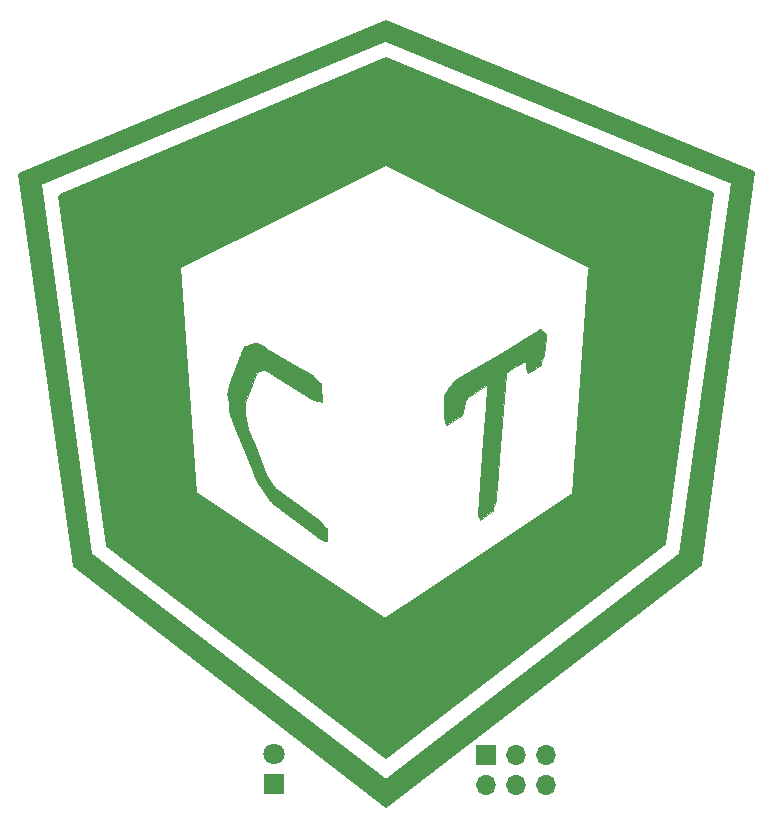
<source format=gbr>
G04 #@! TF.GenerationSoftware,KiCad,Pcbnew,(6.99.0-2452-gdb4f2d9dd8)*
G04 #@! TF.CreationDate,2022-08-02T21:03:54-05:00*
G04 #@! TF.ProjectId,CTCubed,43544375-6265-4642-9e6b-696361645f70,rev?*
G04 #@! TF.SameCoordinates,Original*
G04 #@! TF.FileFunction,Soldermask,Top*
G04 #@! TF.FilePolarity,Negative*
%FSLAX46Y46*%
G04 Gerber Fmt 4.6, Leading zero omitted, Abs format (unit mm)*
G04 Created by KiCad (PCBNEW (6.99.0-2452-gdb4f2d9dd8)) date 2022-08-02 21:03:54*
%MOMM*%
%LPD*%
G01*
G04 APERTURE LIST*
%ADD10C,0.050000*%
%ADD11C,0.150000*%
%ADD12R,1.800000X1.800000*%
%ADD13C,1.800000*%
%ADD14R,1.700000X1.700000*%
%ADD15O,1.700000X1.700000*%
G04 APERTURE END LIST*
D10*
G36*
X127396955Y-59255186D02*
G01*
X127418712Y-59258640D01*
X127443698Y-59264358D01*
X127471227Y-59271978D01*
X127500618Y-59281140D01*
X127562251Y-59302637D01*
X127623131Y-59325956D01*
X127677791Y-59348202D01*
X127746589Y-59377902D01*
X127831634Y-59418509D01*
X127915058Y-59461689D01*
X127997178Y-59506952D01*
X128078306Y-59553807D01*
X128399203Y-59747368D01*
X131448484Y-61565213D01*
X131908198Y-61839243D01*
X131930615Y-61852248D01*
X131953258Y-61864762D01*
X131998981Y-61888821D01*
X132044891Y-61912417D01*
X132090511Y-61936547D01*
X132113064Y-61949123D01*
X132135366Y-61962207D01*
X132157358Y-61975923D01*
X132178980Y-61990396D01*
X132200172Y-62005749D01*
X132220876Y-62022109D01*
X132241031Y-62039598D01*
X132260578Y-62058343D01*
X132403606Y-62202635D01*
X132690422Y-62492234D01*
X132834336Y-62637539D01*
X132842994Y-62645959D01*
X132851858Y-62654059D01*
X132869806Y-62669718D01*
X132887371Y-62685350D01*
X132895758Y-62693417D01*
X132903746Y-62701791D01*
X132911233Y-62710575D01*
X132914758Y-62715154D01*
X132918120Y-62719875D01*
X132921307Y-62724751D01*
X132924305Y-62729794D01*
X132927103Y-62735019D01*
X132929687Y-62740438D01*
X132932045Y-62746063D01*
X132934165Y-62751909D01*
X132936033Y-62757988D01*
X132937638Y-62764314D01*
X132938965Y-62770898D01*
X132940004Y-62777755D01*
X132940741Y-62784897D01*
X132941163Y-62792338D01*
X132953441Y-63150795D01*
X132977744Y-63860113D01*
X132984832Y-64067818D01*
X132988377Y-64171355D01*
X132988705Y-64176480D01*
X132989286Y-64181916D01*
X132990765Y-64193312D01*
X132991444Y-64199067D01*
X132991936Y-64204724D01*
X132992132Y-64210183D01*
X132991920Y-64215339D01*
X132991628Y-64217773D01*
X132991193Y-64220092D01*
X132990602Y-64222286D01*
X132989840Y-64224340D01*
X132988894Y-64226242D01*
X132987751Y-64227980D01*
X132986396Y-64229541D01*
X132984817Y-64230911D01*
X132982998Y-64232079D01*
X132980927Y-64233031D01*
X132978589Y-64233754D01*
X132975972Y-64234237D01*
X132973061Y-64234465D01*
X132969843Y-64234427D01*
X132966303Y-64234110D01*
X132962428Y-64233501D01*
X132639920Y-64173125D01*
X132591754Y-64164982D01*
X132543678Y-64157844D01*
X132495795Y-64150589D01*
X132448208Y-64142099D01*
X132424557Y-64137041D01*
X132401018Y-64131254D01*
X132377604Y-64124598D01*
X132354328Y-64116933D01*
X132331202Y-64108120D01*
X132308240Y-64098018D01*
X132285454Y-64086487D01*
X132262857Y-64073387D01*
X130239834Y-62820057D01*
X128590456Y-61798104D01*
X128231748Y-61575841D01*
X128229031Y-61574230D01*
X128226338Y-61572767D01*
X128223666Y-61571444D01*
X128221016Y-61570258D01*
X128218385Y-61569204D01*
X128215771Y-61568276D01*
X128213173Y-61567469D01*
X128210590Y-61566779D01*
X128205461Y-61565729D01*
X128200372Y-61565085D01*
X128195310Y-61564809D01*
X128190263Y-61564860D01*
X128185219Y-61565199D01*
X128180166Y-61565786D01*
X128175092Y-61566582D01*
X128169983Y-61567546D01*
X128159617Y-61569821D01*
X128148968Y-61572296D01*
X128027458Y-61599762D01*
X127547618Y-61708362D01*
X127548247Y-61708739D01*
X126617552Y-64134139D01*
X126520549Y-64355976D01*
X126507766Y-64388448D01*
X126495946Y-64420894D01*
X126485422Y-64452991D01*
X126476527Y-64484414D01*
X126469594Y-64514840D01*
X126464955Y-64543944D01*
X126462943Y-64571403D01*
X126463026Y-64584414D01*
X126463891Y-64596893D01*
X126482117Y-64772955D01*
X126518570Y-65123309D01*
X126590465Y-65816425D01*
X126626033Y-66159313D01*
X126631387Y-66187592D01*
X126642258Y-66226410D01*
X126677591Y-66329544D01*
X126726114Y-66456466D01*
X126781907Y-66594930D01*
X126959427Y-67019252D01*
X127325729Y-67950327D01*
X127842528Y-69263779D01*
X128098713Y-69914998D01*
X128226298Y-70239154D01*
X128233519Y-70258290D01*
X128240256Y-70277564D01*
X128252738Y-70316393D01*
X128276912Y-70394285D01*
X128283454Y-70413619D01*
X128290422Y-70432834D01*
X128297931Y-70451897D01*
X128306093Y-70470777D01*
X128315023Y-70489441D01*
X128324834Y-70507856D01*
X128335640Y-70525992D01*
X128347555Y-70543816D01*
X128695632Y-71034921D01*
X128877170Y-71291803D01*
X128939545Y-71377805D01*
X128996620Y-71454240D01*
X129042344Y-71511968D01*
X129059059Y-71530961D01*
X129070669Y-71541849D01*
X131129133Y-73050603D01*
X132187160Y-73825991D01*
X132537088Y-74071037D01*
X132622720Y-74134820D01*
X132664727Y-74167930D01*
X132706066Y-74202057D01*
X132746640Y-74237352D01*
X132786353Y-74273968D01*
X132825108Y-74312060D01*
X132862809Y-74351778D01*
X133213165Y-74734661D01*
X133388975Y-74926800D01*
X133391594Y-74929812D01*
X133393933Y-74932822D01*
X133396004Y-74935830D01*
X133397820Y-74938835D01*
X133399394Y-74941838D01*
X133400740Y-74944839D01*
X133401870Y-74947839D01*
X133402799Y-74950837D01*
X133403539Y-74953834D01*
X133404103Y-74956831D01*
X133404505Y-74959826D01*
X133404758Y-74962822D01*
X133404870Y-74968812D01*
X133404543Y-74974803D01*
X133403884Y-74980797D01*
X133402999Y-74986796D01*
X133400971Y-74998817D01*
X133400040Y-75004841D01*
X133399305Y-75010878D01*
X133398872Y-75016930D01*
X133398847Y-75022997D01*
X133402138Y-75118812D01*
X133415049Y-75500303D01*
X133427833Y-75878504D01*
X133434162Y-76066339D01*
X133434167Y-76070015D01*
X133433931Y-76073269D01*
X133433465Y-76076120D01*
X133432779Y-76078586D01*
X133431886Y-76080686D01*
X133431366Y-76081604D01*
X133430798Y-76082438D01*
X133430184Y-76083189D01*
X133429526Y-76083860D01*
X133428824Y-76084454D01*
X133428081Y-76084972D01*
X133426476Y-76085790D01*
X133424721Y-76086334D01*
X133422829Y-76086623D01*
X133420811Y-76086673D01*
X133418679Y-76086504D01*
X133416444Y-76086135D01*
X133414117Y-76085583D01*
X133411712Y-76084866D01*
X133409238Y-76084004D01*
X133406709Y-76083015D01*
X133401527Y-76080728D01*
X133396259Y-76078152D01*
X133390999Y-76075434D01*
X133380872Y-76070161D01*
X133376191Y-76067900D01*
X133371889Y-76066086D01*
X133287972Y-76034569D01*
X132954451Y-75909389D01*
X132916569Y-75894117D01*
X132879974Y-75877344D01*
X132844547Y-75859204D01*
X132810168Y-75839831D01*
X132776718Y-75819357D01*
X132744078Y-75797918D01*
X132712129Y-75775646D01*
X132680752Y-75752675D01*
X132436007Y-75559793D01*
X131378107Y-74765545D01*
X129835683Y-73607399D01*
X129366254Y-73260541D01*
X129249801Y-73172592D01*
X129134530Y-73083012D01*
X129020848Y-72991234D01*
X128909166Y-72896690D01*
X128852868Y-72847160D01*
X128797560Y-72797058D01*
X128743463Y-72746024D01*
X128690795Y-72693699D01*
X128665066Y-72666941D01*
X128639777Y-72639725D01*
X128614955Y-72612007D01*
X128590628Y-72583743D01*
X128566823Y-72554886D01*
X128543567Y-72525393D01*
X128520888Y-72495218D01*
X128498814Y-72464317D01*
X128256299Y-72115733D01*
X127772409Y-71420340D01*
X127733430Y-71363660D01*
X127695270Y-71306601D01*
X127658048Y-71249046D01*
X127621881Y-71190879D01*
X127586890Y-71131982D01*
X127553191Y-71072238D01*
X127520905Y-71011530D01*
X127490150Y-70949741D01*
X127433638Y-70829383D01*
X127379042Y-70708275D01*
X127326048Y-70586531D01*
X127274342Y-70464269D01*
X127173534Y-70218650D01*
X127074103Y-69972342D01*
X125475733Y-66021356D01*
X125401185Y-65832015D01*
X125365550Y-65736883D01*
X125331217Y-65641320D01*
X125298345Y-65545236D01*
X125267088Y-65448537D01*
X125237606Y-65351132D01*
X125210055Y-65252930D01*
X125198495Y-65207149D01*
X125188268Y-65161279D01*
X125179245Y-65115327D01*
X125171296Y-65069301D01*
X125158103Y-64977059D01*
X125147654Y-64884616D01*
X125130848Y-64699385D01*
X125122420Y-64606725D01*
X125112595Y-64514119D01*
X125024373Y-63762401D01*
X125018500Y-63701775D01*
X125015185Y-63642108D01*
X125014309Y-63583311D01*
X125015754Y-63525296D01*
X125019402Y-63467974D01*
X125025134Y-63411258D01*
X125032832Y-63355057D01*
X125042378Y-63299285D01*
X125053653Y-63243853D01*
X125066540Y-63188672D01*
X125080920Y-63133654D01*
X125096674Y-63078710D01*
X125131833Y-62968691D01*
X125171071Y-62857909D01*
X125824697Y-61079173D01*
X125996995Y-60622386D01*
X126081471Y-60393346D01*
X126121951Y-60278140D01*
X126160750Y-60162276D01*
X126178539Y-60109103D01*
X126197239Y-60056469D01*
X126216965Y-60004369D01*
X126237833Y-59952797D01*
X126259959Y-59901748D01*
X126283459Y-59851214D01*
X126308448Y-59801191D01*
X126335042Y-59751673D01*
X126346947Y-59730658D01*
X126359132Y-59709857D01*
X126371617Y-59689269D01*
X126384421Y-59668894D01*
X126397564Y-59648733D01*
X126411063Y-59628786D01*
X126424939Y-59609052D01*
X126439212Y-59589532D01*
X126441375Y-59586749D01*
X126443593Y-59584161D01*
X126445862Y-59581759D01*
X126448181Y-59579534D01*
X126450547Y-59577476D01*
X126452957Y-59575578D01*
X126455409Y-59573830D01*
X126457901Y-59572223D01*
X126460431Y-59570748D01*
X126462995Y-59569396D01*
X126468220Y-59567025D01*
X126473557Y-59565037D01*
X126478987Y-59563363D01*
X126484492Y-59561928D01*
X126490051Y-59560662D01*
X126501260Y-59558347D01*
X126506872Y-59557155D01*
X126512464Y-59555843D01*
X126518016Y-59554340D01*
X126523510Y-59552573D01*
X126689321Y-59494222D01*
X127024994Y-59376254D01*
X127365857Y-59256517D01*
X127371866Y-59255041D01*
X127379109Y-59254357D01*
X127396955Y-59255186D01*
G37*
X127396955Y-59255186D02*
X127418712Y-59258640D01*
X127443698Y-59264358D01*
X127471227Y-59271978D01*
X127500618Y-59281140D01*
X127562251Y-59302637D01*
X127623131Y-59325956D01*
X127677791Y-59348202D01*
X127746589Y-59377902D01*
X127831634Y-59418509D01*
X127915058Y-59461689D01*
X127997178Y-59506952D01*
X128078306Y-59553807D01*
X128399203Y-59747368D01*
X131448484Y-61565213D01*
X131908198Y-61839243D01*
X131930615Y-61852248D01*
X131953258Y-61864762D01*
X131998981Y-61888821D01*
X132044891Y-61912417D01*
X132090511Y-61936547D01*
X132113064Y-61949123D01*
X132135366Y-61962207D01*
X132157358Y-61975923D01*
X132178980Y-61990396D01*
X132200172Y-62005749D01*
X132220876Y-62022109D01*
X132241031Y-62039598D01*
X132260578Y-62058343D01*
X132403606Y-62202635D01*
X132690422Y-62492234D01*
X132834336Y-62637539D01*
X132842994Y-62645959D01*
X132851858Y-62654059D01*
X132869806Y-62669718D01*
X132887371Y-62685350D01*
X132895758Y-62693417D01*
X132903746Y-62701791D01*
X132911233Y-62710575D01*
X132914758Y-62715154D01*
X132918120Y-62719875D01*
X132921307Y-62724751D01*
X132924305Y-62729794D01*
X132927103Y-62735019D01*
X132929687Y-62740438D01*
X132932045Y-62746063D01*
X132934165Y-62751909D01*
X132936033Y-62757988D01*
X132937638Y-62764314D01*
X132938965Y-62770898D01*
X132940004Y-62777755D01*
X132940741Y-62784897D01*
X132941163Y-62792338D01*
X132953441Y-63150795D01*
X132977744Y-63860113D01*
X132984832Y-64067818D01*
X132988377Y-64171355D01*
X132988705Y-64176480D01*
X132989286Y-64181916D01*
X132990765Y-64193312D01*
X132991444Y-64199067D01*
X132991936Y-64204724D01*
X132992132Y-64210183D01*
X132991920Y-64215339D01*
X132991628Y-64217773D01*
X132991193Y-64220092D01*
X132990602Y-64222286D01*
X132989840Y-64224340D01*
X132988894Y-64226242D01*
X132987751Y-64227980D01*
X132986396Y-64229541D01*
X132984817Y-64230911D01*
X132982998Y-64232079D01*
X132980927Y-64233031D01*
X132978589Y-64233754D01*
X132975972Y-64234237D01*
X132973061Y-64234465D01*
X132969843Y-64234427D01*
X132966303Y-64234110D01*
X132962428Y-64233501D01*
X132639920Y-64173125D01*
X132591754Y-64164982D01*
X132543678Y-64157844D01*
X132495795Y-64150589D01*
X132448208Y-64142099D01*
X132424557Y-64137041D01*
X132401018Y-64131254D01*
X132377604Y-64124598D01*
X132354328Y-64116933D01*
X132331202Y-64108120D01*
X132308240Y-64098018D01*
X132285454Y-64086487D01*
X132262857Y-64073387D01*
X130239834Y-62820057D01*
X128590456Y-61798104D01*
X128231748Y-61575841D01*
X128229031Y-61574230D01*
X128226338Y-61572767D01*
X128223666Y-61571444D01*
X128221016Y-61570258D01*
X128218385Y-61569204D01*
X128215771Y-61568276D01*
X128213173Y-61567469D01*
X128210590Y-61566779D01*
X128205461Y-61565729D01*
X128200372Y-61565085D01*
X128195310Y-61564809D01*
X128190263Y-61564860D01*
X128185219Y-61565199D01*
X128180166Y-61565786D01*
X128175092Y-61566582D01*
X128169983Y-61567546D01*
X128159617Y-61569821D01*
X128148968Y-61572296D01*
X128027458Y-61599762D01*
X127547618Y-61708362D01*
X127548247Y-61708739D01*
X126617552Y-64134139D01*
X126520549Y-64355976D01*
X126507766Y-64388448D01*
X126495946Y-64420894D01*
X126485422Y-64452991D01*
X126476527Y-64484414D01*
X126469594Y-64514840D01*
X126464955Y-64543944D01*
X126462943Y-64571403D01*
X126463026Y-64584414D01*
X126463891Y-64596893D01*
X126482117Y-64772955D01*
X126518570Y-65123309D01*
X126590465Y-65816425D01*
X126626033Y-66159313D01*
X126631387Y-66187592D01*
X126642258Y-66226410D01*
X126677591Y-66329544D01*
X126726114Y-66456466D01*
X126781907Y-66594930D01*
X126959427Y-67019252D01*
X127325729Y-67950327D01*
X127842528Y-69263779D01*
X128098713Y-69914998D01*
X128226298Y-70239154D01*
X128233519Y-70258290D01*
X128240256Y-70277564D01*
X128252738Y-70316393D01*
X128276912Y-70394285D01*
X128283454Y-70413619D01*
X128290422Y-70432834D01*
X128297931Y-70451897D01*
X128306093Y-70470777D01*
X128315023Y-70489441D01*
X128324834Y-70507856D01*
X128335640Y-70525992D01*
X128347555Y-70543816D01*
X128695632Y-71034921D01*
X128877170Y-71291803D01*
X128939545Y-71377805D01*
X128996620Y-71454240D01*
X129042344Y-71511968D01*
X129059059Y-71530961D01*
X129070669Y-71541849D01*
X131129133Y-73050603D01*
X132187160Y-73825991D01*
X132537088Y-74071037D01*
X132622720Y-74134820D01*
X132664727Y-74167930D01*
X132706066Y-74202057D01*
X132746640Y-74237352D01*
X132786353Y-74273968D01*
X132825108Y-74312060D01*
X132862809Y-74351778D01*
X133213165Y-74734661D01*
X133388975Y-74926800D01*
X133391594Y-74929812D01*
X133393933Y-74932822D01*
X133396004Y-74935830D01*
X133397820Y-74938835D01*
X133399394Y-74941838D01*
X133400740Y-74944839D01*
X133401870Y-74947839D01*
X133402799Y-74950837D01*
X133403539Y-74953834D01*
X133404103Y-74956831D01*
X133404505Y-74959826D01*
X133404758Y-74962822D01*
X133404870Y-74968812D01*
X133404543Y-74974803D01*
X133403884Y-74980797D01*
X133402999Y-74986796D01*
X133400971Y-74998817D01*
X133400040Y-75004841D01*
X133399305Y-75010878D01*
X133398872Y-75016930D01*
X133398847Y-75022997D01*
X133402138Y-75118812D01*
X133415049Y-75500303D01*
X133427833Y-75878504D01*
X133434162Y-76066339D01*
X133434167Y-76070015D01*
X133433931Y-76073269D01*
X133433465Y-76076120D01*
X133432779Y-76078586D01*
X133431886Y-76080686D01*
X133431366Y-76081604D01*
X133430798Y-76082438D01*
X133430184Y-76083189D01*
X133429526Y-76083860D01*
X133428824Y-76084454D01*
X133428081Y-76084972D01*
X133426476Y-76085790D01*
X133424721Y-76086334D01*
X133422829Y-76086623D01*
X133420811Y-76086673D01*
X133418679Y-76086504D01*
X133416444Y-76086135D01*
X133414117Y-76085583D01*
X133411712Y-76084866D01*
X133409238Y-76084004D01*
X133406709Y-76083015D01*
X133401527Y-76080728D01*
X133396259Y-76078152D01*
X133390999Y-76075434D01*
X133380872Y-76070161D01*
X133376191Y-76067900D01*
X133371889Y-76066086D01*
X133287972Y-76034569D01*
X132954451Y-75909389D01*
X132916569Y-75894117D01*
X132879974Y-75877344D01*
X132844547Y-75859204D01*
X132810168Y-75839831D01*
X132776718Y-75819357D01*
X132744078Y-75797918D01*
X132712129Y-75775646D01*
X132680752Y-75752675D01*
X132436007Y-75559793D01*
X131378107Y-74765545D01*
X129835683Y-73607399D01*
X129366254Y-73260541D01*
X129249801Y-73172592D01*
X129134530Y-73083012D01*
X129020848Y-72991234D01*
X128909166Y-72896690D01*
X128852868Y-72847160D01*
X128797560Y-72797058D01*
X128743463Y-72746024D01*
X128690795Y-72693699D01*
X128665066Y-72666941D01*
X128639777Y-72639725D01*
X128614955Y-72612007D01*
X128590628Y-72583743D01*
X128566823Y-72554886D01*
X128543567Y-72525393D01*
X128520888Y-72495218D01*
X128498814Y-72464317D01*
X128256299Y-72115733D01*
X127772409Y-71420340D01*
X127733430Y-71363660D01*
X127695270Y-71306601D01*
X127658048Y-71249046D01*
X127621881Y-71190879D01*
X127586890Y-71131982D01*
X127553191Y-71072238D01*
X127520905Y-71011530D01*
X127490150Y-70949741D01*
X127433638Y-70829383D01*
X127379042Y-70708275D01*
X127326048Y-70586531D01*
X127274342Y-70464269D01*
X127173534Y-70218650D01*
X127074103Y-69972342D01*
X125475733Y-66021356D01*
X125401185Y-65832015D01*
X125365550Y-65736883D01*
X125331217Y-65641320D01*
X125298345Y-65545236D01*
X125267088Y-65448537D01*
X125237606Y-65351132D01*
X125210055Y-65252930D01*
X125198495Y-65207149D01*
X125188268Y-65161279D01*
X125179245Y-65115327D01*
X125171296Y-65069301D01*
X125158103Y-64977059D01*
X125147654Y-64884616D01*
X125130848Y-64699385D01*
X125122420Y-64606725D01*
X125112595Y-64514119D01*
X125024373Y-63762401D01*
X125018500Y-63701775D01*
X125015185Y-63642108D01*
X125014309Y-63583311D01*
X125015754Y-63525296D01*
X125019402Y-63467974D01*
X125025134Y-63411258D01*
X125032832Y-63355057D01*
X125042378Y-63299285D01*
X125053653Y-63243853D01*
X125066540Y-63188672D01*
X125080920Y-63133654D01*
X125096674Y-63078710D01*
X125131833Y-62968691D01*
X125171071Y-62857909D01*
X125824697Y-61079173D01*
X125996995Y-60622386D01*
X126081471Y-60393346D01*
X126121951Y-60278140D01*
X126160750Y-60162276D01*
X126178539Y-60109103D01*
X126197239Y-60056469D01*
X126216965Y-60004369D01*
X126237833Y-59952797D01*
X126259959Y-59901748D01*
X126283459Y-59851214D01*
X126308448Y-59801191D01*
X126335042Y-59751673D01*
X126346947Y-59730658D01*
X126359132Y-59709857D01*
X126371617Y-59689269D01*
X126384421Y-59668894D01*
X126397564Y-59648733D01*
X126411063Y-59628786D01*
X126424939Y-59609052D01*
X126439212Y-59589532D01*
X126441375Y-59586749D01*
X126443593Y-59584161D01*
X126445862Y-59581759D01*
X126448181Y-59579534D01*
X126450547Y-59577476D01*
X126452957Y-59575578D01*
X126455409Y-59573830D01*
X126457901Y-59572223D01*
X126460431Y-59570748D01*
X126462995Y-59569396D01*
X126468220Y-59567025D01*
X126473557Y-59565037D01*
X126478987Y-59563363D01*
X126484492Y-59561928D01*
X126490051Y-59560662D01*
X126501260Y-59558347D01*
X126506872Y-59557155D01*
X126512464Y-59555843D01*
X126518016Y-59554340D01*
X126523510Y-59552573D01*
X126689321Y-59494222D01*
X127024994Y-59376254D01*
X127365857Y-59256517D01*
X127371866Y-59255041D01*
X127379109Y-59254357D01*
X127396955Y-59255186D01*
D11*
G36*
X162040000Y-76300000D02*
G01*
X138420000Y-94400000D01*
X114780000Y-76430000D01*
X110770000Y-46820000D01*
X121030000Y-52850000D01*
X122380000Y-71980000D01*
X138380000Y-82690000D01*
X154300000Y-72040000D01*
X155630000Y-52990000D01*
X166160000Y-46620000D01*
X162040000Y-76300000D01*
G37*
X162040000Y-76300000D02*
X138420000Y-94400000D01*
X114780000Y-76430000D01*
X110770000Y-46820000D01*
X121030000Y-52850000D01*
X122380000Y-71980000D01*
X138380000Y-82690000D01*
X154300000Y-72040000D01*
X155630000Y-52990000D01*
X166160000Y-46620000D01*
X162040000Y-76300000D01*
G36*
X166160000Y-46580000D02*
G01*
X155620000Y-52880000D01*
X138420000Y-44240000D01*
X121070000Y-52860000D01*
X110820000Y-46760000D01*
X138450000Y-35190000D01*
X166160000Y-46580000D01*
G37*
X166160000Y-46580000D02*
X155620000Y-52880000D01*
X138420000Y-44240000D01*
X121070000Y-52860000D01*
X110820000Y-46760000D01*
X138450000Y-35190000D01*
X166160000Y-46580000D01*
G36*
X169630000Y-44770000D02*
G01*
X165100000Y-78070000D01*
X138450000Y-98600000D01*
X112040000Y-78170000D01*
X107390000Y-44990000D01*
X138400000Y-32000000D01*
X138390000Y-33690000D01*
X109230000Y-45860000D01*
X113440000Y-77160000D01*
X138410000Y-96250000D01*
X163370000Y-77120000D01*
X167770000Y-45700000D01*
X138400000Y-33720000D01*
X138400000Y-32000000D01*
X169630000Y-44770000D01*
G37*
X169630000Y-44770000D02*
X165100000Y-78070000D01*
X138450000Y-98600000D01*
X112040000Y-78170000D01*
X107390000Y-44990000D01*
X138400000Y-32000000D01*
X138390000Y-33690000D01*
X109230000Y-45860000D01*
X113440000Y-77160000D01*
X138410000Y-96250000D01*
X163370000Y-77120000D01*
X167770000Y-45700000D01*
X138400000Y-33720000D01*
X138400000Y-32000000D01*
X169630000Y-44770000D01*
D10*
G36*
X151508095Y-58113335D02*
G01*
X151509025Y-58113392D01*
X151509953Y-58113498D01*
X151510881Y-58113654D01*
X151511808Y-58113861D01*
X151512736Y-58114118D01*
X151513666Y-58114428D01*
X151514599Y-58114789D01*
X151515536Y-58115204D01*
X151516477Y-58115672D01*
X151517425Y-58116194D01*
X151518379Y-58116772D01*
X151519341Y-58117404D01*
X151520312Y-58118093D01*
X151521292Y-58118838D01*
X151523285Y-58120502D01*
X151582140Y-58172145D01*
X151815794Y-58376686D01*
X151931479Y-58477945D01*
X151933496Y-58479630D01*
X151935599Y-58481227D01*
X151937777Y-58482746D01*
X151940021Y-58484197D01*
X151944658Y-58486940D01*
X151949425Y-58489540D01*
X151959002Y-58494642D01*
X151963638Y-58497313D01*
X151968059Y-58500174D01*
X151970161Y-58501702D01*
X151972176Y-58503309D01*
X151974095Y-58505006D01*
X151975905Y-58506802D01*
X151977597Y-58508709D01*
X151979159Y-58510737D01*
X151980580Y-58512897D01*
X151981850Y-58515198D01*
X151982958Y-58517651D01*
X151983894Y-58520267D01*
X151984646Y-58523056D01*
X151985203Y-58526029D01*
X151985555Y-58529196D01*
X151985691Y-58532567D01*
X151985600Y-58536153D01*
X151985272Y-58539965D01*
X151945532Y-58892473D01*
X151788836Y-60279465D01*
X151785872Y-60301036D01*
X151781980Y-60322203D01*
X151777257Y-60343009D01*
X151771797Y-60363496D01*
X151765698Y-60383704D01*
X151759054Y-60403676D01*
X151744518Y-60443077D01*
X151713133Y-60520878D01*
X151697818Y-60559946D01*
X151690590Y-60579667D01*
X151683777Y-60599569D01*
X151579230Y-60918660D01*
X151573636Y-60937217D01*
X151568800Y-60955913D01*
X151560450Y-60993455D01*
X151552268Y-61030745D01*
X151547645Y-61049127D01*
X151542347Y-61067242D01*
X151536138Y-61085023D01*
X151528778Y-61102403D01*
X151524592Y-61110922D01*
X151520029Y-61119314D01*
X151515058Y-61127573D01*
X151509651Y-61135688D01*
X151503777Y-61143653D01*
X151497407Y-61151458D01*
X151490510Y-61159095D01*
X151483058Y-61166556D01*
X151475019Y-61173831D01*
X151466364Y-61180914D01*
X151457064Y-61187794D01*
X151447089Y-61194464D01*
X151225077Y-61335719D01*
X150777510Y-61620509D01*
X150551829Y-61764171D01*
X150438548Y-61836190D01*
X150436134Y-61837612D01*
X150433942Y-61838684D01*
X150431961Y-61839424D01*
X150430181Y-61839847D01*
X150428591Y-61839972D01*
X150427182Y-61839814D01*
X150425943Y-61839392D01*
X150424865Y-61838720D01*
X150423936Y-61837818D01*
X150423147Y-61836700D01*
X150422488Y-61835385D01*
X150421948Y-61833888D01*
X150421518Y-61832227D01*
X150421187Y-61830419D01*
X150420781Y-61826429D01*
X150420649Y-61822051D01*
X150420710Y-61817421D01*
X150421087Y-61807943D01*
X150421239Y-61803365D01*
X150421259Y-61799073D01*
X150421064Y-61795203D01*
X150420575Y-61791890D01*
X150407790Y-61736576D01*
X150305392Y-61290024D01*
X150302898Y-61278188D01*
X150300855Y-61266407D01*
X150299234Y-61254675D01*
X150298004Y-61242985D01*
X150297135Y-61231329D01*
X150296599Y-61219701D01*
X150296366Y-61208095D01*
X150296406Y-61196502D01*
X150297185Y-61173333D01*
X150298700Y-61150139D01*
X150300713Y-61126865D01*
X150302987Y-61103455D01*
X150307296Y-61070052D01*
X150309819Y-61047170D01*
X150310796Y-61034974D01*
X150311438Y-61022576D01*
X150311638Y-61010202D01*
X150311288Y-60998077D01*
X150310280Y-60986428D01*
X150308507Y-60975479D01*
X150307299Y-60970339D01*
X150305860Y-60965458D01*
X150304175Y-60960866D01*
X150302231Y-60956590D01*
X150300015Y-60952658D01*
X150297513Y-60949100D01*
X150294712Y-60945943D01*
X150291598Y-60943215D01*
X150149836Y-60834740D01*
X150147689Y-60833387D01*
X150145316Y-60832422D01*
X150142735Y-60831824D01*
X150139963Y-60831573D01*
X150137015Y-60831647D01*
X150133909Y-60832025D01*
X150130661Y-60832686D01*
X150127288Y-60833609D01*
X150123806Y-60834773D01*
X150120233Y-60836158D01*
X150112878Y-60839502D01*
X150105355Y-60843474D01*
X150097798Y-60847905D01*
X150090341Y-60852626D01*
X150083116Y-60857470D01*
X150069899Y-60866851D01*
X150059211Y-60874702D01*
X150052121Y-60879675D01*
X149920990Y-60961821D01*
X149648350Y-61132568D01*
X149060290Y-61500771D01*
X148744236Y-61698730D01*
X148662850Y-61749613D01*
X148654740Y-61754984D01*
X148647311Y-61760485D01*
X148640535Y-61766112D01*
X148634382Y-61771861D01*
X148628823Y-61777726D01*
X148623830Y-61783703D01*
X148619372Y-61789787D01*
X148615422Y-61795974D01*
X148611949Y-61802260D01*
X148608926Y-61808639D01*
X148606322Y-61815108D01*
X148604109Y-61821660D01*
X148602258Y-61828293D01*
X148600739Y-61835001D01*
X148598584Y-61848625D01*
X148597411Y-61862495D01*
X148596987Y-61876574D01*
X148597457Y-61905215D01*
X148598135Y-61934253D01*
X148597971Y-61948829D01*
X148597161Y-61963394D01*
X148518811Y-62901934D01*
X148000113Y-69113396D01*
X147796835Y-71548035D01*
X147746968Y-72145588D01*
X147722159Y-72442654D01*
X147720974Y-72459668D01*
X147720203Y-72476677D01*
X147719516Y-72510688D01*
X147718868Y-72578721D01*
X147717363Y-72612768D01*
X147715977Y-72629804D01*
X147714042Y-72646850D01*
X147711460Y-72663908D01*
X147708134Y-72680979D01*
X147703969Y-72698065D01*
X147698868Y-72715168D01*
X147666338Y-72814276D01*
X147536854Y-73209310D01*
X147472300Y-73406133D01*
X147470459Y-73412102D01*
X147468786Y-73418085D01*
X147465706Y-73430035D01*
X147462581Y-73441861D01*
X147460853Y-73447689D01*
X147458933Y-73453440D01*
X147456763Y-73459099D01*
X147454282Y-73464651D01*
X147451430Y-73470081D01*
X147449847Y-73472745D01*
X147448149Y-73475373D01*
X147446328Y-73477962D01*
X147444377Y-73480512D01*
X147442288Y-73483019D01*
X147440054Y-73485483D01*
X147437668Y-73487901D01*
X147435122Y-73490271D01*
X147432409Y-73492592D01*
X147429520Y-73494861D01*
X147352562Y-73552706D01*
X147043217Y-73785346D01*
X146729869Y-74022227D01*
X146417185Y-74259868D01*
X146413072Y-74262708D01*
X146409221Y-74264795D01*
X146405621Y-74266169D01*
X146402263Y-74266866D01*
X146399136Y-74266926D01*
X146396229Y-74266386D01*
X146393532Y-74265284D01*
X146391033Y-74263658D01*
X146388724Y-74261545D01*
X146386592Y-74258985D01*
X146384628Y-74256015D01*
X146382821Y-74252673D01*
X146379635Y-74245025D01*
X146376951Y-74236344D01*
X146363392Y-74166206D01*
X146321370Y-74047356D01*
X146279091Y-73927997D01*
X146276124Y-73920179D01*
X146272868Y-73912506D01*
X146265784Y-73897457D01*
X146258411Y-73882569D01*
X146251325Y-73867558D01*
X146248068Y-73859919D01*
X146245098Y-73852144D01*
X146242487Y-73844198D01*
X146240307Y-73836045D01*
X146238628Y-73827651D01*
X146237523Y-73818979D01*
X146237208Y-73814528D01*
X146237064Y-73809995D01*
X146237099Y-73805375D01*
X146237322Y-73800664D01*
X146661850Y-67581734D01*
X146861456Y-64657383D01*
X146963728Y-63158502D01*
X146976639Y-62969402D01*
X146983096Y-62874725D01*
X146986260Y-62827387D01*
X146986518Y-62825476D01*
X146987014Y-62823212D01*
X146987689Y-62820679D01*
X146988481Y-62817958D01*
X146990174Y-62812276D01*
X146990952Y-62809479D01*
X146991605Y-62806820D01*
X146992071Y-62804380D01*
X146992215Y-62803268D01*
X146992289Y-62802242D01*
X146992287Y-62801311D01*
X146992199Y-62800486D01*
X146992019Y-62799777D01*
X146991740Y-62799194D01*
X146991352Y-62798748D01*
X146990850Y-62798448D01*
X146990225Y-62798306D01*
X146989469Y-62798330D01*
X146988576Y-62798532D01*
X146987537Y-62798921D01*
X146986344Y-62799507D01*
X146984991Y-62800302D01*
X146917147Y-62842832D01*
X146782601Y-62927129D01*
X145767609Y-63562653D01*
X145472439Y-63747451D01*
X145463753Y-63752557D01*
X145454863Y-63757219D01*
X145445820Y-63761546D01*
X145436676Y-63765647D01*
X145418287Y-63773599D01*
X145409144Y-63777668D01*
X145400105Y-63781943D01*
X145391220Y-63786533D01*
X145382540Y-63791545D01*
X145374117Y-63797088D01*
X145370018Y-63800093D01*
X145366002Y-63803271D01*
X145362075Y-63806636D01*
X145358245Y-63810201D01*
X145354518Y-63813980D01*
X145350899Y-63817987D01*
X145347395Y-63822235D01*
X145344014Y-63826737D01*
X145340760Y-63831507D01*
X145337641Y-63836559D01*
X145289288Y-63919212D01*
X145192461Y-64084518D01*
X145144108Y-64167170D01*
X145140996Y-64172134D01*
X145137631Y-64176897D01*
X145134074Y-64181507D01*
X145130383Y-64186009D01*
X145122838Y-64194879D01*
X145119103Y-64199338D01*
X145115471Y-64203876D01*
X145112003Y-64208538D01*
X145108757Y-64213371D01*
X145105793Y-64218422D01*
X145104435Y-64221043D01*
X145103170Y-64223736D01*
X145102005Y-64226507D01*
X145100948Y-64229360D01*
X145100005Y-64232303D01*
X145099185Y-64235341D01*
X145098495Y-64238479D01*
X145097942Y-64241724D01*
X145097533Y-64245081D01*
X145097277Y-64248556D01*
X145088417Y-64424999D01*
X145087391Y-64441417D01*
X145085942Y-64457694D01*
X145084095Y-64473840D01*
X145081876Y-64489867D01*
X145079310Y-64505787D01*
X145076422Y-64521613D01*
X145069781Y-64553027D01*
X145062155Y-64584203D01*
X145053746Y-64615238D01*
X145044755Y-64646224D01*
X145035384Y-64677259D01*
X144829575Y-65352402D01*
X144803881Y-65436446D01*
X144802928Y-65439329D01*
X144801876Y-65442050D01*
X144800728Y-65444617D01*
X144799490Y-65447037D01*
X144798164Y-65449317D01*
X144796757Y-65451465D01*
X144795271Y-65453487D01*
X144793711Y-65455392D01*
X144792082Y-65457186D01*
X144790387Y-65458877D01*
X144788632Y-65460472D01*
X144786820Y-65461978D01*
X144783042Y-65464755D01*
X144779090Y-65467266D01*
X144774997Y-65469569D01*
X144770797Y-65471723D01*
X144762214Y-65475818D01*
X144753617Y-65480020D01*
X144749399Y-65482307D01*
X144745280Y-65484797D01*
X144615414Y-65568590D01*
X144354546Y-65736807D01*
X143828125Y-66076404D01*
X143562575Y-66247659D01*
X143558697Y-66249898D01*
X143555057Y-66251489D01*
X143551644Y-66252465D01*
X143548450Y-66252858D01*
X143545465Y-66252701D01*
X143542681Y-66252028D01*
X143540087Y-66250872D01*
X143537676Y-66249266D01*
X143535437Y-66247242D01*
X143533361Y-66244833D01*
X143531440Y-66242074D01*
X143529664Y-66238996D01*
X143526510Y-66232017D01*
X143523825Y-66224162D01*
X143510424Y-66161461D01*
X143470555Y-66048812D01*
X143390307Y-65821994D01*
X143349930Y-65707951D01*
X143345459Y-65694489D01*
X143341564Y-65681059D01*
X143338209Y-65667652D01*
X143335358Y-65654262D01*
X143332976Y-65640882D01*
X143331027Y-65627505D01*
X143329476Y-65614122D01*
X143328286Y-65600728D01*
X143327423Y-65587314D01*
X143326851Y-65573874D01*
X143326435Y-65546884D01*
X143326756Y-65519702D01*
X143327526Y-65492269D01*
X143383471Y-63791125D01*
X143383663Y-63790805D01*
X143383854Y-63790485D01*
X143879387Y-62944087D01*
X144003178Y-62732457D01*
X144065070Y-62626640D01*
X144070427Y-62618017D01*
X144076094Y-62609921D01*
X144082052Y-62602311D01*
X144088284Y-62595148D01*
X144094773Y-62588391D01*
X144101501Y-62582000D01*
X144108450Y-62575936D01*
X144115604Y-62570158D01*
X144122945Y-62564626D01*
X144130455Y-62559301D01*
X144138117Y-62554141D01*
X144145914Y-62549108D01*
X144161842Y-62539259D01*
X144178099Y-62529433D01*
X144729201Y-62197178D01*
X148228070Y-60087074D01*
X150522213Y-58703500D01*
X151162804Y-58317198D01*
X151492148Y-58118605D01*
X151494319Y-58117354D01*
X151496423Y-58116262D01*
X151498469Y-58115334D01*
X151500465Y-58114576D01*
X151501446Y-58114262D01*
X151502417Y-58113992D01*
X151503380Y-58113766D01*
X151504335Y-58113587D01*
X151505283Y-58113453D01*
X151506225Y-58113366D01*
X151507162Y-58113327D01*
X151508095Y-58113335D01*
G37*
X151508095Y-58113335D02*
X151509025Y-58113392D01*
X151509953Y-58113498D01*
X151510881Y-58113654D01*
X151511808Y-58113861D01*
X151512736Y-58114118D01*
X151513666Y-58114428D01*
X151514599Y-58114789D01*
X151515536Y-58115204D01*
X151516477Y-58115672D01*
X151517425Y-58116194D01*
X151518379Y-58116772D01*
X151519341Y-58117404D01*
X151520312Y-58118093D01*
X151521292Y-58118838D01*
X151523285Y-58120502D01*
X151582140Y-58172145D01*
X151815794Y-58376686D01*
X151931479Y-58477945D01*
X151933496Y-58479630D01*
X151935599Y-58481227D01*
X151937777Y-58482746D01*
X151940021Y-58484197D01*
X151944658Y-58486940D01*
X151949425Y-58489540D01*
X151959002Y-58494642D01*
X151963638Y-58497313D01*
X151968059Y-58500174D01*
X151970161Y-58501702D01*
X151972176Y-58503309D01*
X151974095Y-58505006D01*
X151975905Y-58506802D01*
X151977597Y-58508709D01*
X151979159Y-58510737D01*
X151980580Y-58512897D01*
X151981850Y-58515198D01*
X151982958Y-58517651D01*
X151983894Y-58520267D01*
X151984646Y-58523056D01*
X151985203Y-58526029D01*
X151985555Y-58529196D01*
X151985691Y-58532567D01*
X151985600Y-58536153D01*
X151985272Y-58539965D01*
X151945532Y-58892473D01*
X151788836Y-60279465D01*
X151785872Y-60301036D01*
X151781980Y-60322203D01*
X151777257Y-60343009D01*
X151771797Y-60363496D01*
X151765698Y-60383704D01*
X151759054Y-60403676D01*
X151744518Y-60443077D01*
X151713133Y-60520878D01*
X151697818Y-60559946D01*
X151690590Y-60579667D01*
X151683777Y-60599569D01*
X151579230Y-60918660D01*
X151573636Y-60937217D01*
X151568800Y-60955913D01*
X151560450Y-60993455D01*
X151552268Y-61030745D01*
X151547645Y-61049127D01*
X151542347Y-61067242D01*
X151536138Y-61085023D01*
X151528778Y-61102403D01*
X151524592Y-61110922D01*
X151520029Y-61119314D01*
X151515058Y-61127573D01*
X151509651Y-61135688D01*
X151503777Y-61143653D01*
X151497407Y-61151458D01*
X151490510Y-61159095D01*
X151483058Y-61166556D01*
X151475019Y-61173831D01*
X151466364Y-61180914D01*
X151457064Y-61187794D01*
X151447089Y-61194464D01*
X151225077Y-61335719D01*
X150777510Y-61620509D01*
X150551829Y-61764171D01*
X150438548Y-61836190D01*
X150436134Y-61837612D01*
X150433942Y-61838684D01*
X150431961Y-61839424D01*
X150430181Y-61839847D01*
X150428591Y-61839972D01*
X150427182Y-61839814D01*
X150425943Y-61839392D01*
X150424865Y-61838720D01*
X150423936Y-61837818D01*
X150423147Y-61836700D01*
X150422488Y-61835385D01*
X150421948Y-61833888D01*
X150421518Y-61832227D01*
X150421187Y-61830419D01*
X150420781Y-61826429D01*
X150420649Y-61822051D01*
X150420710Y-61817421D01*
X150421087Y-61807943D01*
X150421239Y-61803365D01*
X150421259Y-61799073D01*
X150421064Y-61795203D01*
X150420575Y-61791890D01*
X150407790Y-61736576D01*
X150305392Y-61290024D01*
X150302898Y-61278188D01*
X150300855Y-61266407D01*
X150299234Y-61254675D01*
X150298004Y-61242985D01*
X150297135Y-61231329D01*
X150296599Y-61219701D01*
X150296366Y-61208095D01*
X150296406Y-61196502D01*
X150297185Y-61173333D01*
X150298700Y-61150139D01*
X150300713Y-61126865D01*
X150302987Y-61103455D01*
X150307296Y-61070052D01*
X150309819Y-61047170D01*
X150310796Y-61034974D01*
X150311438Y-61022576D01*
X150311638Y-61010202D01*
X150311288Y-60998077D01*
X150310280Y-60986428D01*
X150308507Y-60975479D01*
X150307299Y-60970339D01*
X150305860Y-60965458D01*
X150304175Y-60960866D01*
X150302231Y-60956590D01*
X150300015Y-60952658D01*
X150297513Y-60949100D01*
X150294712Y-60945943D01*
X150291598Y-60943215D01*
X150149836Y-60834740D01*
X150147689Y-60833387D01*
X150145316Y-60832422D01*
X150142735Y-60831824D01*
X150139963Y-60831573D01*
X150137015Y-60831647D01*
X150133909Y-60832025D01*
X150130661Y-60832686D01*
X150127288Y-60833609D01*
X150123806Y-60834773D01*
X150120233Y-60836158D01*
X150112878Y-60839502D01*
X150105355Y-60843474D01*
X150097798Y-60847905D01*
X150090341Y-60852626D01*
X150083116Y-60857470D01*
X150069899Y-60866851D01*
X150059211Y-60874702D01*
X150052121Y-60879675D01*
X149920990Y-60961821D01*
X149648350Y-61132568D01*
X149060290Y-61500771D01*
X148744236Y-61698730D01*
X148662850Y-61749613D01*
X148654740Y-61754984D01*
X148647311Y-61760485D01*
X148640535Y-61766112D01*
X148634382Y-61771861D01*
X148628823Y-61777726D01*
X148623830Y-61783703D01*
X148619372Y-61789787D01*
X148615422Y-61795974D01*
X148611949Y-61802260D01*
X148608926Y-61808639D01*
X148606322Y-61815108D01*
X148604109Y-61821660D01*
X148602258Y-61828293D01*
X148600739Y-61835001D01*
X148598584Y-61848625D01*
X148597411Y-61862495D01*
X148596987Y-61876574D01*
X148597457Y-61905215D01*
X148598135Y-61934253D01*
X148597971Y-61948829D01*
X148597161Y-61963394D01*
X148518811Y-62901934D01*
X148000113Y-69113396D01*
X147796835Y-71548035D01*
X147746968Y-72145588D01*
X147722159Y-72442654D01*
X147720974Y-72459668D01*
X147720203Y-72476677D01*
X147719516Y-72510688D01*
X147718868Y-72578721D01*
X147717363Y-72612768D01*
X147715977Y-72629804D01*
X147714042Y-72646850D01*
X147711460Y-72663908D01*
X147708134Y-72680979D01*
X147703969Y-72698065D01*
X147698868Y-72715168D01*
X147666338Y-72814276D01*
X147536854Y-73209310D01*
X147472300Y-73406133D01*
X147470459Y-73412102D01*
X147468786Y-73418085D01*
X147465706Y-73430035D01*
X147462581Y-73441861D01*
X147460853Y-73447689D01*
X147458933Y-73453440D01*
X147456763Y-73459099D01*
X147454282Y-73464651D01*
X147451430Y-73470081D01*
X147449847Y-73472745D01*
X147448149Y-73475373D01*
X147446328Y-73477962D01*
X147444377Y-73480512D01*
X147442288Y-73483019D01*
X147440054Y-73485483D01*
X147437668Y-73487901D01*
X147435122Y-73490271D01*
X147432409Y-73492592D01*
X147429520Y-73494861D01*
X147352562Y-73552706D01*
X147043217Y-73785346D01*
X146729869Y-74022227D01*
X146417185Y-74259868D01*
X146413072Y-74262708D01*
X146409221Y-74264795D01*
X146405621Y-74266169D01*
X146402263Y-74266866D01*
X146399136Y-74266926D01*
X146396229Y-74266386D01*
X146393532Y-74265284D01*
X146391033Y-74263658D01*
X146388724Y-74261545D01*
X146386592Y-74258985D01*
X146384628Y-74256015D01*
X146382821Y-74252673D01*
X146379635Y-74245025D01*
X146376951Y-74236344D01*
X146363392Y-74166206D01*
X146321370Y-74047356D01*
X146279091Y-73927997D01*
X146276124Y-73920179D01*
X146272868Y-73912506D01*
X146265784Y-73897457D01*
X146258411Y-73882569D01*
X146251325Y-73867558D01*
X146248068Y-73859919D01*
X146245098Y-73852144D01*
X146242487Y-73844198D01*
X146240307Y-73836045D01*
X146238628Y-73827651D01*
X146237523Y-73818979D01*
X146237208Y-73814528D01*
X146237064Y-73809995D01*
X146237099Y-73805375D01*
X146237322Y-73800664D01*
X146661850Y-67581734D01*
X146861456Y-64657383D01*
X146963728Y-63158502D01*
X146976639Y-62969402D01*
X146983096Y-62874725D01*
X146986260Y-62827387D01*
X146986518Y-62825476D01*
X146987014Y-62823212D01*
X146987689Y-62820679D01*
X146988481Y-62817958D01*
X146990174Y-62812276D01*
X146990952Y-62809479D01*
X146991605Y-62806820D01*
X146992071Y-62804380D01*
X146992215Y-62803268D01*
X146992289Y-62802242D01*
X146992287Y-62801311D01*
X146992199Y-62800486D01*
X146992019Y-62799777D01*
X146991740Y-62799194D01*
X146991352Y-62798748D01*
X146990850Y-62798448D01*
X146990225Y-62798306D01*
X146989469Y-62798330D01*
X146988576Y-62798532D01*
X146987537Y-62798921D01*
X146986344Y-62799507D01*
X146984991Y-62800302D01*
X146917147Y-62842832D01*
X146782601Y-62927129D01*
X145767609Y-63562653D01*
X145472439Y-63747451D01*
X145463753Y-63752557D01*
X145454863Y-63757219D01*
X145445820Y-63761546D01*
X145436676Y-63765647D01*
X145418287Y-63773599D01*
X145409144Y-63777668D01*
X145400105Y-63781943D01*
X145391220Y-63786533D01*
X145382540Y-63791545D01*
X145374117Y-63797088D01*
X145370018Y-63800093D01*
X145366002Y-63803271D01*
X145362075Y-63806636D01*
X145358245Y-63810201D01*
X145354518Y-63813980D01*
X145350899Y-63817987D01*
X145347395Y-63822235D01*
X145344014Y-63826737D01*
X145340760Y-63831507D01*
X145337641Y-63836559D01*
X145289288Y-63919212D01*
X145192461Y-64084518D01*
X145144108Y-64167170D01*
X145140996Y-64172134D01*
X145137631Y-64176897D01*
X145134074Y-64181507D01*
X145130383Y-64186009D01*
X145122838Y-64194879D01*
X145119103Y-64199338D01*
X145115471Y-64203876D01*
X145112003Y-64208538D01*
X145108757Y-64213371D01*
X145105793Y-64218422D01*
X145104435Y-64221043D01*
X145103170Y-64223736D01*
X145102005Y-64226507D01*
X145100948Y-64229360D01*
X145100005Y-64232303D01*
X145099185Y-64235341D01*
X145098495Y-64238479D01*
X145097942Y-64241724D01*
X145097533Y-64245081D01*
X145097277Y-64248556D01*
X145088417Y-64424999D01*
X145087391Y-64441417D01*
X145085942Y-64457694D01*
X145084095Y-64473840D01*
X145081876Y-64489867D01*
X145079310Y-64505787D01*
X145076422Y-64521613D01*
X145069781Y-64553027D01*
X145062155Y-64584203D01*
X145053746Y-64615238D01*
X145044755Y-64646224D01*
X145035384Y-64677259D01*
X144829575Y-65352402D01*
X144803881Y-65436446D01*
X144802928Y-65439329D01*
X144801876Y-65442050D01*
X144800728Y-65444617D01*
X144799490Y-65447037D01*
X144798164Y-65449317D01*
X144796757Y-65451465D01*
X144795271Y-65453487D01*
X144793711Y-65455392D01*
X144792082Y-65457186D01*
X144790387Y-65458877D01*
X144788632Y-65460472D01*
X144786820Y-65461978D01*
X144783042Y-65464755D01*
X144779090Y-65467266D01*
X144774997Y-65469569D01*
X144770797Y-65471723D01*
X144762214Y-65475818D01*
X144753617Y-65480020D01*
X144749399Y-65482307D01*
X144745280Y-65484797D01*
X144615414Y-65568590D01*
X144354546Y-65736807D01*
X143828125Y-66076404D01*
X143562575Y-66247659D01*
X143558697Y-66249898D01*
X143555057Y-66251489D01*
X143551644Y-66252465D01*
X143548450Y-66252858D01*
X143545465Y-66252701D01*
X143542681Y-66252028D01*
X143540087Y-66250872D01*
X143537676Y-66249266D01*
X143535437Y-66247242D01*
X143533361Y-66244833D01*
X143531440Y-66242074D01*
X143529664Y-66238996D01*
X143526510Y-66232017D01*
X143523825Y-66224162D01*
X143510424Y-66161461D01*
X143470555Y-66048812D01*
X143390307Y-65821994D01*
X143349930Y-65707951D01*
X143345459Y-65694489D01*
X143341564Y-65681059D01*
X143338209Y-65667652D01*
X143335358Y-65654262D01*
X143332976Y-65640882D01*
X143331027Y-65627505D01*
X143329476Y-65614122D01*
X143328286Y-65600728D01*
X143327423Y-65587314D01*
X143326851Y-65573874D01*
X143326435Y-65546884D01*
X143326756Y-65519702D01*
X143327526Y-65492269D01*
X143383471Y-63791125D01*
X143383663Y-63790805D01*
X143383854Y-63790485D01*
X143879387Y-62944087D01*
X144003178Y-62732457D01*
X144065070Y-62626640D01*
X144070427Y-62618017D01*
X144076094Y-62609921D01*
X144082052Y-62602311D01*
X144088284Y-62595148D01*
X144094773Y-62588391D01*
X144101501Y-62582000D01*
X144108450Y-62575936D01*
X144115604Y-62570158D01*
X144122945Y-62564626D01*
X144130455Y-62559301D01*
X144138117Y-62554141D01*
X144145914Y-62549108D01*
X144161842Y-62539259D01*
X144178099Y-62529433D01*
X144729201Y-62197178D01*
X148228070Y-60087074D01*
X150522213Y-58703500D01*
X151162804Y-58317198D01*
X151492148Y-58118605D01*
X151494319Y-58117354D01*
X151496423Y-58116262D01*
X151498469Y-58115334D01*
X151500465Y-58114576D01*
X151501446Y-58114262D01*
X151502417Y-58113992D01*
X151503380Y-58113766D01*
X151504335Y-58113587D01*
X151505283Y-58113453D01*
X151506225Y-58113366D01*
X151507162Y-58113327D01*
X151508095Y-58113335D01*
D12*
X128939999Y-96649999D03*
D13*
X128940000Y-94110000D03*
D14*
X146899999Y-94189999D03*
D15*
X146899999Y-96729999D03*
X149439999Y-94189999D03*
X149439999Y-96729999D03*
X151979999Y-94189999D03*
X151979999Y-96729999D03*
M02*

</source>
